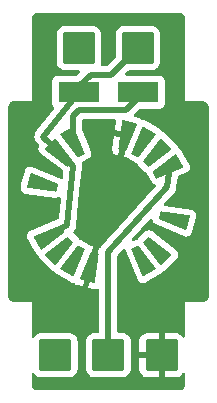
<source format=gbr>
%TF.GenerationSoftware,KiCad,Pcbnew,6.0.8*%
%TF.CreationDate,2022-12-19T15:39:37+01:00*%
%TF.ProjectId,excavator_ram_controller,65786361-7661-4746-9f72-5f72616d5f63,rev?*%
%TF.SameCoordinates,Original*%
%TF.FileFunction,Copper,L2,Bot*%
%TF.FilePolarity,Positive*%
%FSLAX46Y46*%
G04 Gerber Fmt 4.6, Leading zero omitted, Abs format (unit mm)*
G04 Created by KiCad (PCBNEW 6.0.8) date 2022-12-19 15:39:37*
%MOMM*%
%LPD*%
G01*
G04 APERTURE LIST*
G04 Aperture macros list*
%AMRoundRect*
0 Rectangle with rounded corners*
0 $1 Rounding radius*
0 $2 $3 $4 $5 $6 $7 $8 $9 X,Y pos of 4 corners*
0 Add a 4 corners polygon primitive as box body*
4,1,4,$2,$3,$4,$5,$6,$7,$8,$9,$2,$3,0*
0 Add four circle primitives for the rounded corners*
1,1,$1+$1,$2,$3*
1,1,$1+$1,$4,$5*
1,1,$1+$1,$6,$7*
1,1,$1+$1,$8,$9*
0 Add four rect primitives between the rounded corners*
20,1,$1+$1,$2,$3,$4,$5,0*
20,1,$1+$1,$4,$5,$6,$7,0*
20,1,$1+$1,$6,$7,$8,$9,0*
20,1,$1+$1,$8,$9,$2,$3,0*%
%AMOutline4P*
0 Free polygon, 4 corners , with rotation*
0 The origin of the aperture is its center*
0 number of corners: always 4*
0 $1 to $8 corner X, Y*
0 $9 Rotation angle, in degrees counterclockwise*
0 create outline with 4 corners*
4,1,4,$1,$2,$3,$4,$5,$6,$7,$8,$1,$2,$9*%
G04 Aperture macros list end*
%TA.AperFunction,ComponentPad*%
%ADD10RoundRect,0.250000X-1.125000X-1.125000X1.125000X-1.125000X1.125000X1.125000X-1.125000X1.125000X0*%
%TD*%
%TA.AperFunction,ComponentPad*%
%ADD11Outline4P,-0.660000X-1.250000X0.660000X-1.250000X0.340000X1.250000X-0.340000X1.250000X150.000000*%
%TD*%
%TA.AperFunction,ComponentPad*%
%ADD12Outline4P,-0.660000X-1.250000X0.660000X-1.250000X0.340000X1.250000X-0.340000X1.250000X135.000000*%
%TD*%
%TA.AperFunction,ComponentPad*%
%ADD13Outline4P,-0.660000X-1.250000X0.660000X-1.250000X0.340000X1.250000X-0.340000X1.250000X120.000000*%
%TD*%
%TA.AperFunction,ComponentPad*%
%ADD14Outline4P,-0.660000X-1.250000X0.660000X-1.250000X0.340000X1.250000X-0.340000X1.250000X75.000000*%
%TD*%
%TA.AperFunction,ComponentPad*%
%ADD15Outline4P,-0.660000X-1.250000X0.660000X-1.250000X0.340000X1.250000X-0.340000X1.250000X45.000000*%
%TD*%
%TA.AperFunction,ComponentPad*%
%ADD16Outline4P,-0.660000X-1.250000X0.660000X-1.250000X0.340000X1.250000X-0.340000X1.250000X30.000000*%
%TD*%
%TA.AperFunction,ComponentPad*%
%ADD17Outline4P,-0.660000X-1.250000X0.660000X-1.250000X0.340000X1.250000X-0.340000X1.250000X330.000000*%
%TD*%
%TA.AperFunction,ComponentPad*%
%ADD18Outline4P,-0.660000X-1.250000X0.660000X-1.250000X0.340000X1.250000X-0.340000X1.250000X315.000000*%
%TD*%
%TA.AperFunction,ComponentPad*%
%ADD19Outline4P,-0.660000X-1.250000X0.660000X-1.250000X0.340000X1.250000X-0.340000X1.250000X300.000000*%
%TD*%
%TA.AperFunction,ComponentPad*%
%ADD20Outline4P,-0.660000X-1.250000X0.660000X-1.250000X0.340000X1.250000X-0.340000X1.250000X255.000000*%
%TD*%
%TA.AperFunction,ComponentPad*%
%ADD21Outline4P,-0.660000X-1.250000X0.660000X-1.250000X0.340000X1.250000X-0.340000X1.250000X225.000000*%
%TD*%
%TA.AperFunction,ComponentPad*%
%ADD22Outline4P,-0.660000X-1.250000X0.660000X-1.250000X0.340000X1.250000X-0.340000X1.250000X210.000000*%
%TD*%
%TA.AperFunction,ComponentPad*%
%ADD23Outline4P,-0.660000X-1.250000X0.660000X-1.250000X0.340000X1.250000X-0.340000X1.250000X165.000000*%
%TD*%
%TA.AperFunction,ComponentPad*%
%ADD24Outline4P,-0.660000X-1.250000X0.660000X-1.250000X0.340000X1.250000X-0.340000X1.250000X345.000000*%
%TD*%
%TA.AperFunction,SMDPad,CuDef*%
%ADD25R,3.500000X1.800000*%
%TD*%
%TA.AperFunction,Conductor*%
%ADD26C,0.500000*%
%TD*%
G04 APERTURE END LIST*
D10*
%TO.P,L,1,Pin_1*%
%TO.N,Net-(D2-Pad2)*%
X27500000Y-17000000D03*
%TD*%
%TO.P,R,1,Pin_1*%
%TO.N,Net-(D1-Pad2)*%
X32500000Y-17000000D03*
%TD*%
%TO.P,V,1,Pin_1*%
%TO.N,Net-(J2-Pad1)*%
X30000000Y-43000000D03*
%TD*%
%TO.P,M,1,Pin_1*%
%TO.N,Net-(J1-Pad1)*%
X34500000Y-43000000D03*
%TD*%
D11*
%TO.P,SW1,1,1*%
%TO.N,unconnected-(SW1-Pad1)*%
X32875000Y-25020353D03*
D12*
%TO.P,SW1,2,2*%
%TO.N,Net-(J2-Pad1)*%
X34065864Y-25934137D03*
D13*
%TO.P,SW1,3,3*%
X34979647Y-27125000D03*
D14*
%TO.P,SW1,4,4*%
%TO.N,Net-(J3-Pad1)*%
X35554074Y-31488209D03*
D15*
%TO.P,SW1,5,5*%
X34065863Y-34065864D03*
D16*
%TO.P,SW1,6,6*%
X32875000Y-34979647D03*
D17*
%TO.P,SW1,7,7*%
%TO.N,unconnected-(SW1-Pad7)*%
X27125000Y-34979647D03*
D18*
%TO.P,SW1,8,8*%
%TO.N,Net-(D2-Pad2)*%
X25934136Y-34065863D03*
D19*
%TO.P,SW1,9,9*%
%TO.N,Net-(D1-Pad2)*%
X25020353Y-32875000D03*
D20*
%TO.P,SW1,10,10*%
%TO.N,Net-(D2-Pad2)*%
X24445926Y-28511791D03*
D21*
%TO.P,SW1,11,11*%
%TO.N,Net-(D1-Pad2)*%
X25934137Y-25934136D03*
D22*
%TO.P,SW1,12,12*%
%TO.N,Net-(D1-Pad1)*%
X27125000Y-25020353D03*
D23*
%TO.P,SW1,13,13*%
%TO.N,Net-(J1-Pad1)*%
X31488209Y-24445926D03*
D24*
%TO.P,SW1,14,14*%
X28511791Y-35554074D03*
%TD*%
D10*
%TO.P,H,1,Pin_1*%
%TO.N,Net-(J3-Pad1)*%
X25500000Y-43000000D03*
%TD*%
D25*
%TO.P,D1,1,K*%
%TO.N,Net-(D1-Pad1)*%
X32500000Y-20750000D03*
%TO.P,D1,2,A*%
%TO.N,Net-(D1-Pad2)*%
X27500000Y-20750000D03*
%TD*%
D26*
%TO.N,Net-(D1-Pad1)*%
X27000000Y-24803847D02*
X27000000Y-22750000D01*
X27000000Y-22750000D02*
X27500000Y-22250000D01*
X27500000Y-22250000D02*
X31500000Y-22250000D01*
X31500000Y-22250000D02*
X32500000Y-21250000D01*
X32500000Y-21250000D02*
X32500000Y-20750000D01*
%TO.N,Net-(D1-Pad2)*%
X27500000Y-20750000D02*
X24500000Y-24500000D01*
X24500000Y-24500000D02*
X25757360Y-25757359D01*
X24803847Y-33000000D02*
X26500000Y-32000000D01*
X26500000Y-32000000D02*
X27000000Y-27000000D01*
X27000000Y-27000000D02*
X25757360Y-25757359D01*
%TO.N,Net-(J2-Pad1)*%
X30000000Y-43000000D02*
X30000000Y-34250000D01*
X30000000Y-34250000D02*
X35000000Y-28750000D01*
X35000000Y-28750000D02*
X35196153Y-27000000D01*
%TO.N,Net-(D1-Pad2)*%
X27500000Y-20250000D02*
X27500000Y-20750000D01*
X30250000Y-19250000D02*
X28500000Y-19250000D01*
X28500000Y-19250000D02*
X27500000Y-20250000D01*
X32500000Y-17000000D02*
X30250000Y-19250000D01*
%TD*%
%TA.AperFunction,Conductor*%
%TO.N,Net-(J1-Pad1)*%
G36*
X35970018Y-14010000D02*
G01*
X35984852Y-14012310D01*
X35984855Y-14012310D01*
X35993724Y-14013691D01*
X36002626Y-14012527D01*
X36002750Y-14012511D01*
X36033192Y-14012240D01*
X36040621Y-14013077D01*
X36095264Y-14019234D01*
X36122771Y-14025513D01*
X36199853Y-14052485D01*
X36225274Y-14064727D01*
X36294426Y-14108178D01*
X36316485Y-14125770D01*
X36374230Y-14183515D01*
X36391822Y-14205574D01*
X36435273Y-14274726D01*
X36447515Y-14300147D01*
X36474487Y-14377228D01*
X36480766Y-14404736D01*
X36487018Y-14460226D01*
X36486923Y-14475868D01*
X36487800Y-14475879D01*
X36487690Y-14484851D01*
X36486309Y-14493724D01*
X36487473Y-14502626D01*
X36487473Y-14502628D01*
X36490436Y-14525283D01*
X36491500Y-14541621D01*
X36491500Y-19950633D01*
X36490000Y-19970018D01*
X36487690Y-19984851D01*
X36487690Y-19984855D01*
X36486309Y-19993724D01*
X36487792Y-20005062D01*
X36488535Y-20012406D01*
X36495470Y-20109369D01*
X36499679Y-20168224D01*
X36500000Y-20177212D01*
X36500000Y-21500000D01*
X37822786Y-21500000D01*
X37831776Y-21500321D01*
X37959535Y-21509459D01*
X37971446Y-21510884D01*
X37982638Y-21512767D01*
X37982641Y-21512767D01*
X37987448Y-21513576D01*
X37993456Y-21513649D01*
X37993724Y-21513691D01*
X37993993Y-21513656D01*
X38000000Y-21513729D01*
X38004820Y-21513039D01*
X38009671Y-21512723D01*
X38009690Y-21513010D01*
X38036446Y-21512607D01*
X38088119Y-21518429D01*
X38095265Y-21519234D01*
X38122772Y-21525513D01*
X38199853Y-21552485D01*
X38225274Y-21564727D01*
X38294426Y-21608178D01*
X38316485Y-21625770D01*
X38374230Y-21683515D01*
X38391822Y-21705574D01*
X38435273Y-21774726D01*
X38447515Y-21800147D01*
X38474487Y-21877228D01*
X38480766Y-21904736D01*
X38487018Y-21960226D01*
X38486923Y-21975868D01*
X38487800Y-21975879D01*
X38487690Y-21984851D01*
X38486309Y-21993724D01*
X38487473Y-22002626D01*
X38487473Y-22002628D01*
X38490436Y-22025283D01*
X38491500Y-22041621D01*
X38491500Y-37950633D01*
X38490000Y-37970018D01*
X38486309Y-37993724D01*
X38487473Y-38002626D01*
X38487489Y-38002750D01*
X38487760Y-38033192D01*
X38485430Y-38053870D01*
X38480766Y-38095264D01*
X38474487Y-38122771D01*
X38447515Y-38199853D01*
X38435273Y-38225274D01*
X38391822Y-38294426D01*
X38374230Y-38316485D01*
X38316485Y-38374230D01*
X38294426Y-38391822D01*
X38225274Y-38435273D01*
X38199853Y-38447515D01*
X38122771Y-38474487D01*
X38095265Y-38480766D01*
X38085096Y-38481912D01*
X38041446Y-38486830D01*
X38016640Y-38487112D01*
X38012552Y-38486424D01*
X38006544Y-38486351D01*
X38006276Y-38486309D01*
X38006007Y-38486344D01*
X38000000Y-38486271D01*
X37985210Y-38488389D01*
X37976357Y-38489338D01*
X37831776Y-38499679D01*
X37822787Y-38500000D01*
X36500000Y-38500000D01*
X36500000Y-39822786D01*
X36499679Y-39831775D01*
X36495470Y-39890631D01*
X36489988Y-39967275D01*
X36488808Y-39977675D01*
X36487690Y-39984851D01*
X36487690Y-39984855D01*
X36486309Y-39993724D01*
X36487473Y-40002626D01*
X36487473Y-40002628D01*
X36490436Y-40025283D01*
X36491500Y-40041621D01*
X36491500Y-41391662D01*
X36471498Y-41459783D01*
X36417842Y-41506276D01*
X36347568Y-41516380D01*
X36282988Y-41486886D01*
X36258356Y-41457965D01*
X36226937Y-41407193D01*
X36217901Y-41395792D01*
X36103171Y-41281261D01*
X36091760Y-41272249D01*
X35953757Y-41187184D01*
X35940576Y-41181037D01*
X35786290Y-41129862D01*
X35772914Y-41126995D01*
X35678562Y-41117328D01*
X35672145Y-41117000D01*
X34772115Y-41117000D01*
X34756876Y-41121475D01*
X34755671Y-41122865D01*
X34754000Y-41130548D01*
X34754000Y-44864884D01*
X34758475Y-44880123D01*
X34759865Y-44881328D01*
X34767548Y-44882999D01*
X35672095Y-44882999D01*
X35678614Y-44882662D01*
X35774206Y-44872743D01*
X35787600Y-44869851D01*
X35941784Y-44818412D01*
X35954962Y-44812239D01*
X36092807Y-44726937D01*
X36104208Y-44717901D01*
X36218739Y-44603171D01*
X36227751Y-44591760D01*
X36258240Y-44542297D01*
X36311012Y-44494804D01*
X36381083Y-44483380D01*
X36446207Y-44511654D01*
X36485707Y-44570648D01*
X36491500Y-44608413D01*
X36491500Y-45450633D01*
X36490000Y-45470018D01*
X36486309Y-45493724D01*
X36487473Y-45502626D01*
X36487489Y-45502750D01*
X36487760Y-45533192D01*
X36485430Y-45553870D01*
X36480766Y-45595264D01*
X36474487Y-45622771D01*
X36447515Y-45699853D01*
X36435273Y-45725274D01*
X36391822Y-45794426D01*
X36374230Y-45816485D01*
X36316485Y-45874230D01*
X36294426Y-45891822D01*
X36225274Y-45935273D01*
X36199853Y-45947515D01*
X36122772Y-45974487D01*
X36095264Y-45980766D01*
X36039774Y-45987018D01*
X36024132Y-45986923D01*
X36024121Y-45987800D01*
X36015149Y-45987690D01*
X36006276Y-45986309D01*
X35997374Y-45987473D01*
X35997372Y-45987473D01*
X35986385Y-45988910D01*
X35974714Y-45990436D01*
X35958379Y-45991500D01*
X24049367Y-45991500D01*
X24029982Y-45990000D01*
X24015148Y-45987690D01*
X24015145Y-45987690D01*
X24006276Y-45986309D01*
X23997374Y-45987473D01*
X23997250Y-45987489D01*
X23966808Y-45987760D01*
X23946130Y-45985430D01*
X23904736Y-45980766D01*
X23877229Y-45974487D01*
X23800147Y-45947515D01*
X23774726Y-45935273D01*
X23705574Y-45891822D01*
X23683515Y-45874230D01*
X23625770Y-45816485D01*
X23608178Y-45794426D01*
X23564727Y-45725274D01*
X23552485Y-45699853D01*
X23525513Y-45622772D01*
X23519234Y-45595266D01*
X23513170Y-45541451D01*
X23512888Y-45516640D01*
X23513576Y-45512552D01*
X23513729Y-45500000D01*
X23509773Y-45472376D01*
X23508500Y-45454514D01*
X23508500Y-44609289D01*
X23528502Y-44541168D01*
X23582158Y-44494675D01*
X23652432Y-44484571D01*
X23717012Y-44514065D01*
X23741644Y-44542986D01*
X23776522Y-44599348D01*
X23901697Y-44724305D01*
X23907927Y-44728145D01*
X23907928Y-44728146D01*
X24045288Y-44812816D01*
X24052262Y-44817115D01*
X24132005Y-44843564D01*
X24213611Y-44870632D01*
X24213613Y-44870632D01*
X24220139Y-44872797D01*
X24226975Y-44873497D01*
X24226978Y-44873498D01*
X24270031Y-44877909D01*
X24324600Y-44883500D01*
X26675400Y-44883500D01*
X26678646Y-44883163D01*
X26678650Y-44883163D01*
X26774308Y-44873238D01*
X26774312Y-44873237D01*
X26781166Y-44872526D01*
X26787702Y-44870345D01*
X26787704Y-44870345D01*
X26919806Y-44826272D01*
X26948946Y-44816550D01*
X27099348Y-44723478D01*
X27224305Y-44598303D01*
X27276230Y-44514065D01*
X27313275Y-44453968D01*
X27313276Y-44453966D01*
X27317115Y-44447738D01*
X27372797Y-44279861D01*
X27383500Y-44175400D01*
X27383500Y-41824600D01*
X27383163Y-41821350D01*
X27373238Y-41725692D01*
X27373237Y-41725688D01*
X27372526Y-41718834D01*
X27316550Y-41551054D01*
X27223478Y-41400652D01*
X27098303Y-41275695D01*
X27092072Y-41271854D01*
X26953968Y-41186725D01*
X26953966Y-41186724D01*
X26947738Y-41182885D01*
X26867995Y-41156436D01*
X26786389Y-41129368D01*
X26786387Y-41129368D01*
X26779861Y-41127203D01*
X26773025Y-41126503D01*
X26773022Y-41126502D01*
X26729969Y-41122091D01*
X26675400Y-41116500D01*
X24324600Y-41116500D01*
X24321354Y-41116837D01*
X24321350Y-41116837D01*
X24225692Y-41126762D01*
X24225688Y-41126763D01*
X24218834Y-41127474D01*
X24212298Y-41129655D01*
X24212296Y-41129655D01*
X24195928Y-41135116D01*
X24051054Y-41183450D01*
X23900652Y-41276522D01*
X23775695Y-41401697D01*
X23771855Y-41407927D01*
X23771854Y-41407928D01*
X23741760Y-41456750D01*
X23688988Y-41504243D01*
X23618916Y-41515667D01*
X23553793Y-41487393D01*
X23514293Y-41428399D01*
X23508500Y-41390634D01*
X23508500Y-40053250D01*
X23510246Y-40032345D01*
X23512770Y-40017344D01*
X23512770Y-40017341D01*
X23513576Y-40012552D01*
X23513729Y-40000000D01*
X23511611Y-39985210D01*
X23510662Y-39976357D01*
X23500321Y-39831776D01*
X23500000Y-39822787D01*
X23500000Y-38500000D01*
X22177214Y-38500000D01*
X22168225Y-38499679D01*
X22160396Y-38499119D01*
X22040465Y-38490541D01*
X22028554Y-38489116D01*
X22017362Y-38487233D01*
X22017359Y-38487233D01*
X22012552Y-38486424D01*
X22006544Y-38486351D01*
X22006276Y-38486309D01*
X22006007Y-38486344D01*
X22000000Y-38486271D01*
X21995180Y-38486961D01*
X21990329Y-38487277D01*
X21990310Y-38486990D01*
X21963554Y-38487393D01*
X21904735Y-38480766D01*
X21877228Y-38474487D01*
X21800147Y-38447515D01*
X21774726Y-38435273D01*
X21705574Y-38391822D01*
X21683515Y-38374230D01*
X21625770Y-38316485D01*
X21608178Y-38294426D01*
X21564727Y-38225274D01*
X21552485Y-38199853D01*
X21525513Y-38122772D01*
X21519234Y-38095266D01*
X21513170Y-38041451D01*
X21512888Y-38016640D01*
X21513576Y-38012552D01*
X21513729Y-38000000D01*
X21509773Y-37972376D01*
X21508500Y-37954514D01*
X21508500Y-28835588D01*
X22554063Y-28835588D01*
X22557256Y-28855207D01*
X22574813Y-28963082D01*
X22577461Y-28979355D01*
X22640269Y-29110775D01*
X22646255Y-29117460D01*
X22646256Y-29117461D01*
X22702331Y-29180079D01*
X22737439Y-29219284D01*
X22861158Y-29296160D01*
X22962645Y-29324698D01*
X22967004Y-29325288D01*
X22967005Y-29325288D01*
X25562661Y-29676502D01*
X25562668Y-29676503D01*
X25565272Y-29676855D01*
X25567888Y-29676989D01*
X25567897Y-29676990D01*
X25568502Y-29677021D01*
X25568505Y-29677021D01*
X25575198Y-29677364D01*
X25718961Y-29653951D01*
X25727065Y-29650077D01*
X25783046Y-29623316D01*
X25853132Y-29611981D01*
X25918220Y-29640338D01*
X25957644Y-29699382D01*
X25962764Y-29749532D01*
X25798833Y-31388835D01*
X25772152Y-31454627D01*
X25722095Y-31492531D01*
X23377218Y-32473695D01*
X23285917Y-32528054D01*
X23186485Y-32634495D01*
X23120925Y-32764564D01*
X23094506Y-32907807D01*
X23109352Y-33052705D01*
X23112685Y-33060954D01*
X23112685Y-33060955D01*
X23147191Y-33146362D01*
X23147194Y-33146369D01*
X23148844Y-33150452D01*
X23151046Y-33154267D01*
X23151049Y-33154272D01*
X23550417Y-33845996D01*
X23846051Y-34358049D01*
X23911562Y-34441708D01*
X23918792Y-34446914D01*
X23918793Y-34446915D01*
X24029766Y-34526821D01*
X24028763Y-34528214D01*
X24072269Y-34570185D01*
X24082288Y-34596041D01*
X24082402Y-34595998D01*
X24134244Y-34732117D01*
X24197690Y-34816311D01*
X25183689Y-35802310D01*
X25268621Y-35866163D01*
X25276955Y-35869321D01*
X25276954Y-35869321D01*
X25404826Y-35917783D01*
X25404217Y-35919390D01*
X25457095Y-35948662D01*
X25473472Y-35971053D01*
X25473571Y-35970982D01*
X25558877Y-36089045D01*
X25641952Y-36153950D01*
X25645763Y-36156150D01*
X26845703Y-36848936D01*
X26845708Y-36848939D01*
X26849549Y-36851156D01*
X26948113Y-36890852D01*
X27093037Y-36905460D01*
X27092884Y-36906981D01*
X27152183Y-36921731D01*
X27173464Y-36938852D01*
X27173581Y-36938709D01*
X27279529Y-37024965D01*
X27294613Y-37034055D01*
X27379319Y-37070010D01*
X27387620Y-37072869D01*
X27793945Y-37181744D01*
X27809821Y-37181366D01*
X27811347Y-37180333D01*
X27814948Y-37173348D01*
X28332186Y-35242989D01*
X28716761Y-33807733D01*
X28716383Y-33791857D01*
X28715349Y-33790330D01*
X28708368Y-33786731D01*
X28574572Y-33750880D01*
X28569461Y-33749737D01*
X28568872Y-33749630D01*
X28555580Y-33748669D01*
X28503598Y-33750443D01*
X28434834Y-33732776D01*
X28407375Y-33710690D01*
X28370360Y-33671205D01*
X28370359Y-33671204D01*
X28365654Y-33666185D01*
X28358230Y-33661112D01*
X27650263Y-33252367D01*
X27641280Y-33248134D01*
X27583591Y-33234769D01*
X27521742Y-33199909D01*
X27500932Y-33171464D01*
X27475709Y-33124324D01*
X27475705Y-33124318D01*
X27472464Y-33118261D01*
X27466607Y-33111439D01*
X27054304Y-32699137D01*
X27020279Y-32636824D01*
X27025343Y-32566009D01*
X27046213Y-32529848D01*
X27052933Y-32521704D01*
X27062689Y-32511167D01*
X27084749Y-32489909D01*
X27084751Y-32489906D01*
X27090019Y-32484830D01*
X27093976Y-32478681D01*
X27093980Y-32478676D01*
X27109580Y-32454433D01*
X27118350Y-32442426D01*
X27136686Y-32420204D01*
X27136689Y-32420199D01*
X27141348Y-32414553D01*
X27158117Y-32380514D01*
X27165177Y-32368032D01*
X27185730Y-32336093D01*
X27197775Y-32302002D01*
X27203548Y-32288299D01*
X27219514Y-32255892D01*
X27228006Y-32218899D01*
X27232009Y-32205116D01*
X27244655Y-32169326D01*
X27246453Y-32158296D01*
X27249163Y-32131189D01*
X27251732Y-32115534D01*
X27257447Y-32090641D01*
X27257447Y-32090640D01*
X27259085Y-32083505D01*
X27258814Y-32041822D01*
X27259436Y-32028466D01*
X27550290Y-29119925D01*
X27752428Y-27098546D01*
X27753231Y-27092176D01*
X27763199Y-27026651D01*
X27758353Y-26967068D01*
X27757955Y-26958922D01*
X27757910Y-26956144D01*
X27756975Y-26899140D01*
X27753470Y-26885327D01*
X27750014Y-26864553D01*
X27749453Y-26857658D01*
X27748860Y-26850364D01*
X27736705Y-26812843D01*
X27734740Y-26741874D01*
X27771455Y-26681108D01*
X27793569Y-26664895D01*
X28358237Y-26338884D01*
X28366394Y-26333221D01*
X28465815Y-26226770D01*
X28474432Y-26209670D01*
X28527321Y-26104714D01*
X28527322Y-26104712D01*
X28531362Y-26096694D01*
X28535690Y-26073218D01*
X28543353Y-26031644D01*
X28557766Y-25953449D01*
X28542906Y-25808552D01*
X28540076Y-25800023D01*
X28443197Y-25568493D01*
X30323483Y-25568493D01*
X30324219Y-25581804D01*
X30345089Y-25709950D01*
X30350402Y-25726906D01*
X30405421Y-25841999D01*
X30415277Y-25856777D01*
X30500386Y-25951799D01*
X30514004Y-25963226D01*
X30624136Y-26031644D01*
X30636405Y-26037523D01*
X30640750Y-26038866D01*
X30770363Y-26073596D01*
X30786239Y-26073218D01*
X30787765Y-26072185D01*
X30791366Y-26065200D01*
X31172436Y-24643028D01*
X31172058Y-24627152D01*
X31171025Y-24625626D01*
X31164040Y-24622025D01*
X30493712Y-24442411D01*
X30479289Y-24442755D01*
X30473853Y-24455183D01*
X30324000Y-25562672D01*
X30323514Y-25567903D01*
X30323483Y-25568493D01*
X28443197Y-25568493D01*
X28317413Y-25267883D01*
X27768265Y-23955476D01*
X27758500Y-23906840D01*
X27758500Y-23134500D01*
X27778502Y-23066379D01*
X27832158Y-23019886D01*
X27884500Y-23008500D01*
X30525404Y-23008500D01*
X30593525Y-23028502D01*
X30640018Y-23082158D01*
X30650266Y-23151395D01*
X30547316Y-23912252D01*
X30549707Y-23927953D01*
X30553724Y-23932513D01*
X30554067Y-23932663D01*
X31677587Y-24233710D01*
X31738210Y-24270662D01*
X31769231Y-24334523D01*
X31766683Y-24388028D01*
X31668571Y-24754188D01*
X31668569Y-24754188D01*
X31668561Y-24754229D01*
X31667810Y-24757028D01*
X31667797Y-24757074D01*
X31283239Y-26192267D01*
X31283617Y-26208143D01*
X31284651Y-26209670D01*
X31291632Y-26213269D01*
X31425428Y-26249120D01*
X31430539Y-26250263D01*
X31431128Y-26250370D01*
X31444420Y-26251331D01*
X31496402Y-26249557D01*
X31565166Y-26267224D01*
X31592625Y-26289310D01*
X31629197Y-26328322D01*
X31634346Y-26333815D01*
X31641770Y-26338888D01*
X32349737Y-26747633D01*
X32358720Y-26751866D01*
X32365252Y-26753379D01*
X32365251Y-26753379D01*
X32416409Y-26765231D01*
X32478258Y-26800091D01*
X32499068Y-26828536D01*
X32524291Y-26875676D01*
X32524295Y-26875682D01*
X32527536Y-26881739D01*
X32533393Y-26888561D01*
X33111446Y-27466613D01*
X33113451Y-27468309D01*
X33113453Y-27468311D01*
X33113903Y-27468692D01*
X33113906Y-27468694D01*
X33119028Y-27473027D01*
X33124948Y-27476180D01*
X33124953Y-27476184D01*
X33171294Y-27500869D01*
X33222013Y-27550549D01*
X33234752Y-27583410D01*
X33248478Y-27642164D01*
X33252371Y-27650270D01*
X33661116Y-28358237D01*
X33666779Y-28366394D01*
X33773230Y-28465815D01*
X33781244Y-28469854D01*
X33781245Y-28469854D01*
X33895286Y-28527321D01*
X33895288Y-28527322D01*
X33903306Y-28531362D01*
X33912135Y-28532989D01*
X33920644Y-28535852D01*
X33920229Y-28537087D01*
X33975478Y-28565005D01*
X34011474Y-28626199D01*
X34008672Y-28697141D01*
X33982503Y-28741655D01*
X30901108Y-32131191D01*
X29844331Y-33293646D01*
X29498108Y-33674491D01*
X29490051Y-33681752D01*
X29490433Y-33682161D01*
X29485084Y-33687149D01*
X29479182Y-33691492D01*
X29474438Y-33697076D01*
X29474437Y-33697077D01*
X29431033Y-33748167D01*
X29428265Y-33751318D01*
X29408961Y-33772552D01*
X29406836Y-33775518D01*
X29406826Y-33775530D01*
X29404692Y-33778509D01*
X29398297Y-33786700D01*
X29364667Y-33826285D01*
X29361341Y-33832799D01*
X29354602Y-33845996D01*
X29344808Y-33862080D01*
X29336516Y-33873653D01*
X29280581Y-33917375D01*
X29237095Y-33926227D01*
X29213761Y-33926782D01*
X29212235Y-33927815D01*
X29208634Y-33934800D01*
X28822876Y-35374469D01*
X28708237Y-35802310D01*
X28708237Y-35802312D01*
X28691396Y-35865159D01*
X28306821Y-37300416D01*
X28307199Y-37316292D01*
X28308232Y-37317818D01*
X28315217Y-37321419D01*
X28725916Y-37431466D01*
X28734608Y-37433150D01*
X28826738Y-37444358D01*
X28844368Y-37444003D01*
X28970344Y-37423499D01*
X28987302Y-37418186D01*
X29061168Y-37382884D01*
X29131255Y-37371557D01*
X29196340Y-37399920D01*
X29235759Y-37458968D01*
X29241500Y-37496568D01*
X29241500Y-40990500D01*
X29221498Y-41058621D01*
X29167842Y-41105114D01*
X29115500Y-41116500D01*
X28824600Y-41116500D01*
X28821354Y-41116837D01*
X28821350Y-41116837D01*
X28725692Y-41126762D01*
X28725688Y-41126763D01*
X28718834Y-41127474D01*
X28712298Y-41129655D01*
X28712296Y-41129655D01*
X28695928Y-41135116D01*
X28551054Y-41183450D01*
X28400652Y-41276522D01*
X28275695Y-41401697D01*
X28271855Y-41407927D01*
X28271854Y-41407928D01*
X28205443Y-41515667D01*
X28182885Y-41552262D01*
X28127203Y-41720139D01*
X28116500Y-41824600D01*
X28116500Y-44175400D01*
X28116837Y-44178646D01*
X28116837Y-44178650D01*
X28126752Y-44274206D01*
X28127474Y-44281166D01*
X28183450Y-44448946D01*
X28276522Y-44599348D01*
X28401697Y-44724305D01*
X28407927Y-44728145D01*
X28407928Y-44728146D01*
X28545288Y-44812816D01*
X28552262Y-44817115D01*
X28632005Y-44843564D01*
X28713611Y-44870632D01*
X28713613Y-44870632D01*
X28720139Y-44872797D01*
X28726975Y-44873497D01*
X28726978Y-44873498D01*
X28770031Y-44877909D01*
X28824600Y-44883500D01*
X31175400Y-44883500D01*
X31178646Y-44883163D01*
X31178650Y-44883163D01*
X31274308Y-44873238D01*
X31274312Y-44873237D01*
X31281166Y-44872526D01*
X31287702Y-44870345D01*
X31287704Y-44870345D01*
X31419806Y-44826272D01*
X31448946Y-44816550D01*
X31599348Y-44723478D01*
X31724305Y-44598303D01*
X31776230Y-44514065D01*
X31813275Y-44453968D01*
X31813276Y-44453966D01*
X31817115Y-44447738D01*
X31872797Y-44279861D01*
X31883500Y-44175400D01*
X31883500Y-44172095D01*
X32617001Y-44172095D01*
X32617338Y-44178614D01*
X32627257Y-44274206D01*
X32630149Y-44287600D01*
X32681588Y-44441784D01*
X32687761Y-44454962D01*
X32773063Y-44592807D01*
X32782099Y-44604208D01*
X32896829Y-44718739D01*
X32908240Y-44727751D01*
X33046243Y-44812816D01*
X33059424Y-44818963D01*
X33213710Y-44870138D01*
X33227086Y-44873005D01*
X33321438Y-44882672D01*
X33327854Y-44883000D01*
X34227885Y-44883000D01*
X34243124Y-44878525D01*
X34244329Y-44877135D01*
X34246000Y-44869452D01*
X34246000Y-43272115D01*
X34241525Y-43256876D01*
X34240135Y-43255671D01*
X34232452Y-43254000D01*
X32635116Y-43254000D01*
X32619877Y-43258475D01*
X32618672Y-43259865D01*
X32617001Y-43267548D01*
X32617001Y-44172095D01*
X31883500Y-44172095D01*
X31883500Y-42727885D01*
X32617000Y-42727885D01*
X32621475Y-42743124D01*
X32622865Y-42744329D01*
X32630548Y-42746000D01*
X34227885Y-42746000D01*
X34243124Y-42741525D01*
X34244329Y-42740135D01*
X34246000Y-42732452D01*
X34246000Y-41135116D01*
X34241525Y-41119877D01*
X34240135Y-41118672D01*
X34232452Y-41117001D01*
X33327905Y-41117001D01*
X33321386Y-41117338D01*
X33225794Y-41127257D01*
X33212400Y-41130149D01*
X33058216Y-41181588D01*
X33045038Y-41187761D01*
X32907193Y-41273063D01*
X32895792Y-41282099D01*
X32781261Y-41396829D01*
X32772249Y-41408240D01*
X32687184Y-41546243D01*
X32681037Y-41559424D01*
X32629862Y-41713710D01*
X32626995Y-41727086D01*
X32617328Y-41821438D01*
X32617000Y-41827855D01*
X32617000Y-42727885D01*
X31883500Y-42727885D01*
X31883500Y-41824600D01*
X31883163Y-41821350D01*
X31873238Y-41725692D01*
X31873237Y-41725688D01*
X31872526Y-41718834D01*
X31816550Y-41551054D01*
X31723478Y-41400652D01*
X31598303Y-41275695D01*
X31592072Y-41271854D01*
X31453968Y-41186725D01*
X31453966Y-41186724D01*
X31447738Y-41182885D01*
X31367995Y-41156436D01*
X31286389Y-41129368D01*
X31286387Y-41129368D01*
X31279861Y-41127203D01*
X31273025Y-41126503D01*
X31273022Y-41126502D01*
X31229969Y-41122091D01*
X31175400Y-41116500D01*
X30884500Y-41116500D01*
X30816379Y-41096498D01*
X30769886Y-41042842D01*
X30758500Y-40990500D01*
X30758500Y-34591953D01*
X30778502Y-34523832D01*
X30791268Y-34507196D01*
X30835167Y-34458907D01*
X31228905Y-34025795D01*
X31289527Y-33988846D01*
X31360503Y-33990537D01*
X31419298Y-34030332D01*
X31447479Y-34097698D01*
X31456392Y-34184608D01*
X31456393Y-34184613D01*
X31457094Y-34191448D01*
X31459924Y-34199977D01*
X32473695Y-36622782D01*
X32528054Y-36714083D01*
X32634495Y-36813515D01*
X32642511Y-36817556D01*
X32642512Y-36817556D01*
X32756544Y-36875033D01*
X32756546Y-36875034D01*
X32764564Y-36879075D01*
X32773393Y-36880703D01*
X32773395Y-36880704D01*
X32809241Y-36887315D01*
X32907807Y-36905494D01*
X32989046Y-36897170D01*
X33043856Y-36891555D01*
X33043858Y-36891554D01*
X33052705Y-36890648D01*
X33060955Y-36887315D01*
X33146362Y-36852809D01*
X33146369Y-36852806D01*
X33150452Y-36851156D01*
X33154267Y-36848954D01*
X33154272Y-36848951D01*
X34354200Y-36156171D01*
X34358049Y-36153949D01*
X34441708Y-36088438D01*
X34526821Y-35970234D01*
X34528214Y-35971237D01*
X34570185Y-35927731D01*
X34596041Y-35917712D01*
X34595998Y-35917598D01*
X34732117Y-35865756D01*
X34816311Y-35802310D01*
X35802310Y-34816311D01*
X35866163Y-34731379D01*
X35917783Y-34595174D01*
X35918481Y-34586220D01*
X35928402Y-34458907D01*
X35928402Y-34458904D01*
X35929099Y-34449957D01*
X35899203Y-34307400D01*
X35830497Y-34178965D01*
X35756876Y-34103507D01*
X35753398Y-34100818D01*
X35753392Y-34100813D01*
X34212201Y-32909397D01*
X33679013Y-32497216D01*
X33670672Y-32491812D01*
X33559400Y-32449655D01*
X33542861Y-32443389D01*
X33534462Y-32440207D01*
X33525509Y-32439510D01*
X33525508Y-32439510D01*
X33398191Y-32429602D01*
X33398189Y-32429602D01*
X33389244Y-32428906D01*
X33246690Y-32458817D01*
X33238779Y-32463050D01*
X33238776Y-32463051D01*
X33218884Y-32473695D01*
X33118261Y-32527536D01*
X33111439Y-32533393D01*
X32533387Y-33111446D01*
X32526973Y-33119028D01*
X32523820Y-33124948D01*
X32523816Y-33124953D01*
X32499131Y-33171294D01*
X32449451Y-33222013D01*
X32416590Y-33234752D01*
X32357836Y-33248478D01*
X32349730Y-33252371D01*
X32278240Y-33293646D01*
X32170352Y-33355935D01*
X32101357Y-33372673D01*
X32034265Y-33349453D01*
X31990378Y-33293646D01*
X31983629Y-33222970D01*
X32014120Y-33162059D01*
X33533345Y-31490912D01*
X33593968Y-31453962D01*
X33664944Y-31455653D01*
X33723739Y-31495448D01*
X33751686Y-31560713D01*
X33752504Y-31571368D01*
X33752909Y-31583242D01*
X33798537Y-31721569D01*
X33881157Y-31841529D01*
X33994123Y-31933479D01*
X34002154Y-31937509D01*
X34004365Y-31938415D01*
X34004366Y-31938416D01*
X36428081Y-32932167D01*
X36428089Y-32932170D01*
X36432180Y-32933847D01*
X36436470Y-32934935D01*
X36526545Y-32957779D01*
X36526548Y-32957779D01*
X36535178Y-32959968D01*
X36544080Y-32959665D01*
X36544081Y-32959665D01*
X36572423Y-32958700D01*
X36680752Y-32955012D01*
X36689274Y-32952202D01*
X36810557Y-32912209D01*
X36810560Y-32912207D01*
X36819083Y-32909397D01*
X36939052Y-32826791D01*
X37031012Y-32713834D01*
X37072204Y-32616792D01*
X37094099Y-32535080D01*
X37431957Y-31274178D01*
X37431958Y-31274172D01*
X37433105Y-31269892D01*
X37445937Y-31164412D01*
X37422539Y-31020645D01*
X37359731Y-30889225D01*
X37262561Y-30780716D01*
X37138842Y-30703840D01*
X37037355Y-30675302D01*
X34815066Y-30374608D01*
X34750243Y-30345653D01*
X34711364Y-30286247D01*
X34710774Y-30215253D01*
X34738729Y-30164989D01*
X35537796Y-29286016D01*
X35544665Y-29279028D01*
X35584182Y-29241848D01*
X35623664Y-29182075D01*
X35626379Y-29178130D01*
X35663822Y-29125875D01*
X35668086Y-29119925D01*
X35670867Y-29113153D01*
X35674371Y-29106825D01*
X35677629Y-29100374D01*
X35681664Y-29094265D01*
X35706343Y-29026992D01*
X35708066Y-29022558D01*
X35735267Y-28956311D01*
X35736416Y-28949077D01*
X35738392Y-28942035D01*
X35738726Y-28942129D01*
X35739542Y-28938994D01*
X35739189Y-28938899D01*
X35740643Y-28933490D01*
X35742578Y-28928215D01*
X35744508Y-28917207D01*
X35751458Y-28855207D01*
X35752233Y-28849483D01*
X35761860Y-28788859D01*
X35761860Y-28788858D01*
X35763008Y-28781629D01*
X35762462Y-28774329D01*
X35762690Y-28768827D01*
X35762997Y-28752257D01*
X35856613Y-27917049D01*
X35884079Y-27851580D01*
X35933193Y-27814849D01*
X36622782Y-27526305D01*
X36714083Y-27471946D01*
X36813515Y-27365505D01*
X36879075Y-27235436D01*
X36905494Y-27092193D01*
X36897170Y-27010954D01*
X36891555Y-26956144D01*
X36891554Y-26956142D01*
X36890648Y-26947295D01*
X36874151Y-26906462D01*
X36852809Y-26853638D01*
X36852806Y-26853631D01*
X36851156Y-26849548D01*
X36829965Y-26812843D01*
X36338887Y-25962273D01*
X36153949Y-25641951D01*
X36088438Y-25558292D01*
X36064553Y-25541093D01*
X35970234Y-25473179D01*
X35971237Y-25471786D01*
X35927731Y-25429815D01*
X35917712Y-25403959D01*
X35917598Y-25404002D01*
X35914713Y-25396428D01*
X35865756Y-25267883D01*
X35802310Y-25183689D01*
X34816311Y-24197690D01*
X34731379Y-24133837D01*
X34595174Y-24082217D01*
X34595783Y-24080610D01*
X34542905Y-24051338D01*
X34526528Y-24028947D01*
X34526429Y-24029018D01*
X34446332Y-23918164D01*
X34446331Y-23918163D01*
X34441123Y-23910955D01*
X34358048Y-23846050D01*
X33546007Y-23377218D01*
X33154297Y-23151064D01*
X33154292Y-23151061D01*
X33150451Y-23148844D01*
X33051887Y-23109148D01*
X32906963Y-23094540D01*
X32907116Y-23093019D01*
X32847817Y-23078269D01*
X32826536Y-23061148D01*
X32826419Y-23061291D01*
X32720471Y-22975035D01*
X32705387Y-22965945D01*
X32620681Y-22929990D01*
X32612380Y-22927131D01*
X32257836Y-22832131D01*
X32197213Y-22795179D01*
X32166192Y-22731318D01*
X32174620Y-22660824D01*
X32201352Y-22621329D01*
X32627276Y-22195405D01*
X32689588Y-22161379D01*
X32716371Y-22158500D01*
X34298134Y-22158500D01*
X34360316Y-22151745D01*
X34496705Y-22100615D01*
X34613261Y-22013261D01*
X34700615Y-21896705D01*
X34751745Y-21760316D01*
X34758500Y-21698134D01*
X34758500Y-19801866D01*
X34751745Y-19739684D01*
X34700615Y-19603295D01*
X34613261Y-19486739D01*
X34496705Y-19399385D01*
X34360316Y-19348255D01*
X34298134Y-19341500D01*
X31535371Y-19341500D01*
X31467250Y-19321498D01*
X31420757Y-19267842D01*
X31410653Y-19197568D01*
X31440147Y-19132988D01*
X31446276Y-19126405D01*
X31652276Y-18920405D01*
X31714588Y-18886379D01*
X31741371Y-18883500D01*
X33675400Y-18883500D01*
X33678646Y-18883163D01*
X33678650Y-18883163D01*
X33774308Y-18873238D01*
X33774312Y-18873237D01*
X33781166Y-18872526D01*
X33787702Y-18870345D01*
X33787704Y-18870345D01*
X33919806Y-18826272D01*
X33948946Y-18816550D01*
X34099348Y-18723478D01*
X34224305Y-18598303D01*
X34312530Y-18455176D01*
X34313275Y-18453968D01*
X34313276Y-18453966D01*
X34317115Y-18447738D01*
X34372797Y-18279861D01*
X34383500Y-18175400D01*
X34383500Y-15824600D01*
X34372526Y-15718834D01*
X34316550Y-15551054D01*
X34223478Y-15400652D01*
X34098303Y-15275695D01*
X34092072Y-15271854D01*
X33953968Y-15186725D01*
X33953966Y-15186724D01*
X33947738Y-15182885D01*
X33787254Y-15129655D01*
X33786389Y-15129368D01*
X33786387Y-15129368D01*
X33779861Y-15127203D01*
X33773025Y-15126503D01*
X33773022Y-15126502D01*
X33729969Y-15122091D01*
X33675400Y-15116500D01*
X31324600Y-15116500D01*
X31321354Y-15116837D01*
X31321350Y-15116837D01*
X31225692Y-15126762D01*
X31225688Y-15126763D01*
X31218834Y-15127474D01*
X31212298Y-15129655D01*
X31212296Y-15129655D01*
X31080194Y-15173728D01*
X31051054Y-15183450D01*
X30900652Y-15276522D01*
X30775695Y-15401697D01*
X30682885Y-15552262D01*
X30627203Y-15720139D01*
X30616500Y-15824600D01*
X30616500Y-17758629D01*
X30596498Y-17826750D01*
X30579595Y-17847724D01*
X29972724Y-18454595D01*
X29910412Y-18488621D01*
X29883629Y-18491500D01*
X29477142Y-18491500D01*
X29409021Y-18471498D01*
X29362528Y-18417842D01*
X29352424Y-18347568D01*
X29357549Y-18325833D01*
X29370632Y-18286389D01*
X29370632Y-18286387D01*
X29372797Y-18279861D01*
X29383500Y-18175400D01*
X29383500Y-15824600D01*
X29372526Y-15718834D01*
X29316550Y-15551054D01*
X29223478Y-15400652D01*
X29098303Y-15275695D01*
X29092072Y-15271854D01*
X28953968Y-15186725D01*
X28953966Y-15186724D01*
X28947738Y-15182885D01*
X28787254Y-15129655D01*
X28786389Y-15129368D01*
X28786387Y-15129368D01*
X28779861Y-15127203D01*
X28773025Y-15126503D01*
X28773022Y-15126502D01*
X28729969Y-15122091D01*
X28675400Y-15116500D01*
X26324600Y-15116500D01*
X26321354Y-15116837D01*
X26321350Y-15116837D01*
X26225692Y-15126762D01*
X26225688Y-15126763D01*
X26218834Y-15127474D01*
X26212298Y-15129655D01*
X26212296Y-15129655D01*
X26080194Y-15173728D01*
X26051054Y-15183450D01*
X25900652Y-15276522D01*
X25775695Y-15401697D01*
X25682885Y-15552262D01*
X25627203Y-15720139D01*
X25616500Y-15824600D01*
X25616500Y-18175400D01*
X25627474Y-18281166D01*
X25629655Y-18287702D01*
X25629655Y-18287704D01*
X25673073Y-18417842D01*
X25683450Y-18448946D01*
X25776522Y-18599348D01*
X25901697Y-18724305D01*
X25907927Y-18728145D01*
X25907928Y-18728146D01*
X26045090Y-18812694D01*
X26052262Y-18817115D01*
X26132005Y-18843564D01*
X26213611Y-18870632D01*
X26213613Y-18870632D01*
X26220139Y-18872797D01*
X26226975Y-18873497D01*
X26226978Y-18873498D01*
X26270031Y-18877909D01*
X26324600Y-18883500D01*
X27489629Y-18883500D01*
X27557750Y-18903502D01*
X27604243Y-18957158D01*
X27614347Y-19027432D01*
X27584853Y-19092012D01*
X27578724Y-19098595D01*
X27372724Y-19304595D01*
X27310412Y-19338621D01*
X27283629Y-19341500D01*
X25701866Y-19341500D01*
X25639684Y-19348255D01*
X25503295Y-19399385D01*
X25386739Y-19486739D01*
X25299385Y-19603295D01*
X25248255Y-19739684D01*
X25241500Y-19801866D01*
X25241500Y-21698134D01*
X25248255Y-21760316D01*
X25299385Y-21896705D01*
X25358723Y-21975879D01*
X25386739Y-22013261D01*
X25385503Y-22014187D01*
X25414764Y-22067773D01*
X25409699Y-22138588D01*
X25390032Y-22173267D01*
X24705845Y-23028502D01*
X23955616Y-23966288D01*
X23940633Y-23982018D01*
X23937086Y-23985150D01*
X23937079Y-23985158D01*
X23931596Y-23990000D01*
X23927372Y-23995977D01*
X23927371Y-23995978D01*
X23895497Y-24041079D01*
X23890989Y-24047071D01*
X23880041Y-24060756D01*
X23878106Y-24063852D01*
X23870070Y-24076708D01*
X23866124Y-24082640D01*
X23833741Y-24128460D01*
X23833737Y-24128468D01*
X23829516Y-24134440D01*
X23826782Y-24141225D01*
X23826781Y-24141226D01*
X23825562Y-24144252D01*
X23815537Y-24163944D01*
X23809925Y-24172922D01*
X23800472Y-24200836D01*
X23789585Y-24232982D01*
X23787109Y-24239664D01*
X23766139Y-24291697D01*
X23766138Y-24291702D01*
X23763402Y-24298490D01*
X23762301Y-24305727D01*
X23761809Y-24308961D01*
X23756586Y-24330417D01*
X23755541Y-24333504D01*
X23755540Y-24333511D01*
X23753191Y-24340446D01*
X23752501Y-24347734D01*
X23747213Y-24403569D01*
X23746341Y-24410641D01*
X23739565Y-24455183D01*
X23736801Y-24473349D01*
X23737394Y-24480642D01*
X23737394Y-24480644D01*
X23737659Y-24483899D01*
X23737513Y-24505990D01*
X23736515Y-24516529D01*
X23737519Y-24523773D01*
X23737519Y-24523777D01*
X23745221Y-24579351D01*
X23745998Y-24586426D01*
X23751140Y-24649637D01*
X23753395Y-24656597D01*
X23754401Y-24659703D01*
X23759340Y-24681232D01*
X23760794Y-24691725D01*
X23783721Y-24750863D01*
X23786107Y-24757575D01*
X23805649Y-24817899D01*
X23809448Y-24824159D01*
X23811137Y-24826943D01*
X23820898Y-24846763D01*
X23822079Y-24849809D01*
X23822082Y-24849816D01*
X23824727Y-24856637D01*
X23860645Y-24908918D01*
X23864500Y-24914885D01*
X23894490Y-24964306D01*
X23894496Y-24964314D01*
X23897405Y-24969108D01*
X23904803Y-24977484D01*
X23906198Y-24978879D01*
X23907515Y-24980280D01*
X23907414Y-24980375D01*
X23920549Y-24996170D01*
X23920743Y-24996392D01*
X23924883Y-25002418D01*
X23930300Y-25007331D01*
X23974840Y-25047731D01*
X23979283Y-25051964D01*
X24093315Y-25165996D01*
X24127341Y-25228308D01*
X24122042Y-25299743D01*
X24082217Y-25404826D01*
X24081519Y-25413778D01*
X24081519Y-25413780D01*
X24076891Y-25473179D01*
X24070901Y-25550043D01*
X24100797Y-25692600D01*
X24169503Y-25821035D01*
X24175715Y-25827402D01*
X24240054Y-25893347D01*
X24240059Y-25893351D01*
X24243124Y-25896493D01*
X24246603Y-25899182D01*
X24246607Y-25899186D01*
X26141759Y-27364232D01*
X26183421Y-27421720D01*
X26190072Y-27476454D01*
X26172690Y-27650270D01*
X26143020Y-27946967D01*
X26116338Y-28012759D01*
X26058323Y-28053682D01*
X25987392Y-28056743D01*
X25969845Y-28051010D01*
X23571919Y-27067833D01*
X23571911Y-27067830D01*
X23567820Y-27066153D01*
X23563530Y-27065065D01*
X23473455Y-27042221D01*
X23473452Y-27042221D01*
X23464822Y-27040032D01*
X23455920Y-27040335D01*
X23455919Y-27040335D01*
X23427577Y-27041300D01*
X23319248Y-27044988D01*
X23310727Y-27047798D01*
X23310726Y-27047798D01*
X23189443Y-27087791D01*
X23189440Y-27087793D01*
X23180917Y-27090603D01*
X23060948Y-27173209D01*
X22968988Y-27286166D01*
X22927796Y-27383208D01*
X22926661Y-27387445D01*
X22926660Y-27387447D01*
X22618615Y-28537087D01*
X22566895Y-28730108D01*
X22566359Y-28734514D01*
X22559748Y-28788859D01*
X22554063Y-28835588D01*
X21508500Y-28835588D01*
X21508500Y-22053250D01*
X21510246Y-22032345D01*
X21512770Y-22017344D01*
X21512770Y-22017341D01*
X21513576Y-22012552D01*
X21513729Y-22000000D01*
X21513040Y-21995188D01*
X21512723Y-21990327D01*
X21513008Y-21990308D01*
X21512607Y-21963549D01*
X21519234Y-21904736D01*
X21525513Y-21877229D01*
X21552485Y-21800147D01*
X21564727Y-21774726D01*
X21608178Y-21705574D01*
X21625770Y-21683515D01*
X21683515Y-21625770D01*
X21705574Y-21608178D01*
X21774726Y-21564727D01*
X21800147Y-21552485D01*
X21877229Y-21525513D01*
X21904735Y-21519234D01*
X21914904Y-21518088D01*
X21958554Y-21513170D01*
X21983360Y-21512888D01*
X21987448Y-21513576D01*
X21993456Y-21513649D01*
X21993724Y-21513691D01*
X21993993Y-21513656D01*
X22000000Y-21513729D01*
X22014790Y-21511611D01*
X22023643Y-21510662D01*
X22168224Y-21500321D01*
X22177213Y-21500000D01*
X23500000Y-21500000D01*
X23500000Y-20177212D01*
X23500321Y-20168225D01*
X23502733Y-20134500D01*
X23509459Y-20040465D01*
X23510884Y-20028554D01*
X23512769Y-20017352D01*
X23512770Y-20017345D01*
X23513576Y-20012552D01*
X23513653Y-20006276D01*
X23513670Y-20004860D01*
X23513670Y-20004857D01*
X23513729Y-20000000D01*
X23509773Y-19972376D01*
X23508500Y-19954514D01*
X23508500Y-14553250D01*
X23510246Y-14532345D01*
X23512770Y-14517344D01*
X23512770Y-14517341D01*
X23513576Y-14512552D01*
X23513729Y-14500000D01*
X23513040Y-14495188D01*
X23512723Y-14490327D01*
X23513008Y-14490308D01*
X23512607Y-14463549D01*
X23519234Y-14404736D01*
X23525513Y-14377229D01*
X23552485Y-14300147D01*
X23564727Y-14274726D01*
X23608178Y-14205574D01*
X23625770Y-14183515D01*
X23683515Y-14125770D01*
X23705574Y-14108178D01*
X23774726Y-14064727D01*
X23800147Y-14052485D01*
X23877228Y-14025513D01*
X23904736Y-14019234D01*
X23960226Y-14012982D01*
X23975868Y-14013077D01*
X23975879Y-14012200D01*
X23984851Y-14012310D01*
X23993724Y-14013691D01*
X24002626Y-14012527D01*
X24002628Y-14012527D01*
X24017951Y-14010523D01*
X24025286Y-14009564D01*
X24041621Y-14008500D01*
X35950633Y-14008500D01*
X35970018Y-14010000D01*
G37*
%TD.AperFunction*%
%TD*%
M02*

</source>
